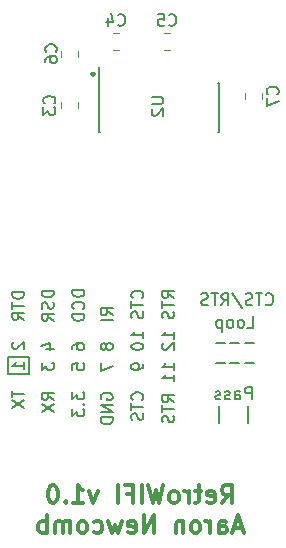
<source format=gbr>
G04 #@! TF.GenerationSoftware,KiCad,Pcbnew,(5.0.2)-1*
G04 #@! TF.CreationDate,2020-03-26T14:30:10-07:00*
G04 #@! TF.ProjectId,RetroWIFI,52657472-6f57-4494-9649-2e6b69636164,rev?*
G04 #@! TF.SameCoordinates,Original*
G04 #@! TF.FileFunction,Legend,Bot*
G04 #@! TF.FilePolarity,Positive*
%FSLAX46Y46*%
G04 Gerber Fmt 4.6, Leading zero omitted, Abs format (unit mm)*
G04 Created by KiCad (PCBNEW (5.0.2)-1) date 3/26/2020 2:30:10 PM*
%MOMM*%
%LPD*%
G01*
G04 APERTURE LIST*
%ADD10C,0.200000*%
%ADD11C,0.300000*%
%ADD12C,0.120000*%
%ADD13C,0.150000*%
G04 APERTURE END LIST*
D10*
X154128571Y-117257142D02*
X154176190Y-117304761D01*
X154319047Y-117352380D01*
X154414285Y-117352380D01*
X154557142Y-117304761D01*
X154652380Y-117209523D01*
X154700000Y-117114285D01*
X154747619Y-116923809D01*
X154747619Y-116780952D01*
X154700000Y-116590476D01*
X154652380Y-116495238D01*
X154557142Y-116400000D01*
X154414285Y-116352380D01*
X154319047Y-116352380D01*
X154176190Y-116400000D01*
X154128571Y-116447619D01*
X153842857Y-116352380D02*
X153271428Y-116352380D01*
X153557142Y-117352380D02*
X153557142Y-116352380D01*
X152985714Y-117304761D02*
X152842857Y-117352380D01*
X152604761Y-117352380D01*
X152509523Y-117304761D01*
X152461904Y-117257142D01*
X152414285Y-117161904D01*
X152414285Y-117066666D01*
X152461904Y-116971428D01*
X152509523Y-116923809D01*
X152604761Y-116876190D01*
X152795238Y-116828571D01*
X152890476Y-116780952D01*
X152938095Y-116733333D01*
X152985714Y-116638095D01*
X152985714Y-116542857D01*
X152938095Y-116447619D01*
X152890476Y-116400000D01*
X152795238Y-116352380D01*
X152557142Y-116352380D01*
X152414285Y-116400000D01*
X151271428Y-116304761D02*
X152128571Y-117590476D01*
X150366666Y-117352380D02*
X150700000Y-116876190D01*
X150938095Y-117352380D02*
X150938095Y-116352380D01*
X150557142Y-116352380D01*
X150461904Y-116400000D01*
X150414285Y-116447619D01*
X150366666Y-116542857D01*
X150366666Y-116685714D01*
X150414285Y-116780952D01*
X150461904Y-116828571D01*
X150557142Y-116876190D01*
X150938095Y-116876190D01*
X150080952Y-116352380D02*
X149509523Y-116352380D01*
X149795238Y-117352380D02*
X149795238Y-116352380D01*
X149223809Y-117304761D02*
X149080952Y-117352380D01*
X148842857Y-117352380D01*
X148747619Y-117304761D01*
X148700000Y-117257142D01*
X148652380Y-117161904D01*
X148652380Y-117066666D01*
X148700000Y-116971428D01*
X148747619Y-116923809D01*
X148842857Y-116876190D01*
X149033333Y-116828571D01*
X149128571Y-116780952D01*
X149176190Y-116733333D01*
X149223809Y-116638095D01*
X149223809Y-116542857D01*
X149176190Y-116447619D01*
X149128571Y-116400000D01*
X149033333Y-116352380D01*
X148795238Y-116352380D01*
X148652380Y-116400000D01*
X152923809Y-125302380D02*
X152923809Y-124302380D01*
X152542857Y-124302380D01*
X152447619Y-124350000D01*
X152400000Y-124397619D01*
X152352380Y-124492857D01*
X152352380Y-124635714D01*
X152400000Y-124730952D01*
X152447619Y-124778571D01*
X152542857Y-124826190D01*
X152923809Y-124826190D01*
X151495238Y-125302380D02*
X151495238Y-124778571D01*
X151542857Y-124683333D01*
X151638095Y-124635714D01*
X151828571Y-124635714D01*
X151923809Y-124683333D01*
X151495238Y-125254761D02*
X151590476Y-125302380D01*
X151828571Y-125302380D01*
X151923809Y-125254761D01*
X151971428Y-125159523D01*
X151971428Y-125064285D01*
X151923809Y-124969047D01*
X151828571Y-124921428D01*
X151590476Y-124921428D01*
X151495238Y-124873809D01*
X151066666Y-125254761D02*
X150971428Y-125302380D01*
X150780952Y-125302380D01*
X150685714Y-125254761D01*
X150638095Y-125159523D01*
X150638095Y-125111904D01*
X150685714Y-125016666D01*
X150780952Y-124969047D01*
X150923809Y-124969047D01*
X151019047Y-124921428D01*
X151066666Y-124826190D01*
X151066666Y-124778571D01*
X151019047Y-124683333D01*
X150923809Y-124635714D01*
X150780952Y-124635714D01*
X150685714Y-124683333D01*
X150257142Y-125254761D02*
X150161904Y-125302380D01*
X149971428Y-125302380D01*
X149876190Y-125254761D01*
X149828571Y-125159523D01*
X149828571Y-125111904D01*
X149876190Y-125016666D01*
X149971428Y-124969047D01*
X150114285Y-124969047D01*
X150209523Y-124921428D01*
X150257142Y-124826190D01*
X150257142Y-124778571D01*
X150209523Y-124683333D01*
X150114285Y-124635714D01*
X149971428Y-124635714D01*
X149876190Y-124683333D01*
X152638095Y-127335714D02*
X152638095Y-125907142D01*
X150161904Y-127335714D02*
X150161904Y-125907142D01*
X152547619Y-119252380D02*
X153023809Y-119252380D01*
X153023809Y-118252380D01*
X152071428Y-119252380D02*
X152166666Y-119204761D01*
X152214285Y-119157142D01*
X152261904Y-119061904D01*
X152261904Y-118776190D01*
X152214285Y-118680952D01*
X152166666Y-118633333D01*
X152071428Y-118585714D01*
X151928571Y-118585714D01*
X151833333Y-118633333D01*
X151785714Y-118680952D01*
X151738095Y-118776190D01*
X151738095Y-119061904D01*
X151785714Y-119157142D01*
X151833333Y-119204761D01*
X151928571Y-119252380D01*
X152071428Y-119252380D01*
X151166666Y-119252380D02*
X151261904Y-119204761D01*
X151309523Y-119157142D01*
X151357142Y-119061904D01*
X151357142Y-118776190D01*
X151309523Y-118680952D01*
X151261904Y-118633333D01*
X151166666Y-118585714D01*
X151023809Y-118585714D01*
X150928571Y-118633333D01*
X150880952Y-118680952D01*
X150833333Y-118776190D01*
X150833333Y-119061904D01*
X150880952Y-119157142D01*
X150928571Y-119204761D01*
X151023809Y-119252380D01*
X151166666Y-119252380D01*
X150404761Y-118585714D02*
X150404761Y-119585714D01*
X150404761Y-118633333D02*
X150309523Y-118585714D01*
X150119047Y-118585714D01*
X150023809Y-118633333D01*
X149976190Y-118680952D01*
X149928571Y-118776190D01*
X149928571Y-119061904D01*
X149976190Y-119157142D01*
X150023809Y-119204761D01*
X150119047Y-119252380D01*
X150309523Y-119252380D01*
X150404761Y-119204761D01*
X153119047Y-120571428D02*
X152357142Y-120571428D01*
X151880952Y-120571428D02*
X151119047Y-120571428D01*
X150642857Y-120571428D02*
X149880952Y-120571428D01*
X153119047Y-122271428D02*
X152357142Y-122271428D01*
X151880952Y-122271428D02*
X151119047Y-122271428D01*
X150642857Y-122271428D02*
X149880952Y-122271428D01*
D11*
X139500000Y-97735714D02*
X139428571Y-97807142D01*
X139500000Y-97878571D01*
X139571428Y-97807142D01*
X139500000Y-97735714D01*
X139500000Y-97878571D01*
D10*
X132300000Y-123200000D02*
X132300000Y-121700000D01*
X134100000Y-123200000D02*
X132300000Y-123200000D01*
X134100000Y-121700000D02*
X134100000Y-123200000D01*
X132300000Y-121700000D02*
X134100000Y-121700000D01*
X146352380Y-116747619D02*
X145876190Y-116414285D01*
X146352380Y-116176190D02*
X145352380Y-116176190D01*
X145352380Y-116557142D01*
X145400000Y-116652380D01*
X145447619Y-116700000D01*
X145542857Y-116747619D01*
X145685714Y-116747619D01*
X145780952Y-116700000D01*
X145828571Y-116652380D01*
X145876190Y-116557142D01*
X145876190Y-116176190D01*
X145352380Y-117033333D02*
X145352380Y-117604761D01*
X146352380Y-117319047D02*
X145352380Y-117319047D01*
X146304761Y-117890476D02*
X146352380Y-118033333D01*
X146352380Y-118271428D01*
X146304761Y-118366666D01*
X146257142Y-118414285D01*
X146161904Y-118461904D01*
X146066666Y-118461904D01*
X145971428Y-118414285D01*
X145923809Y-118366666D01*
X145876190Y-118271428D01*
X145828571Y-118080952D01*
X145780952Y-117985714D01*
X145733333Y-117938095D01*
X145638095Y-117890476D01*
X145542857Y-117890476D01*
X145447619Y-117938095D01*
X145400000Y-117985714D01*
X145352380Y-118080952D01*
X145352380Y-118319047D01*
X145400000Y-118461904D01*
X146352380Y-120176190D02*
X146352380Y-119604761D01*
X146352380Y-119890476D02*
X145352380Y-119890476D01*
X145495238Y-119795238D01*
X145590476Y-119700000D01*
X145638095Y-119604761D01*
X145447619Y-120557142D02*
X145400000Y-120604761D01*
X145352380Y-120700000D01*
X145352380Y-120938095D01*
X145400000Y-121033333D01*
X145447619Y-121080952D01*
X145542857Y-121128571D01*
X145638095Y-121128571D01*
X145780952Y-121080952D01*
X146352380Y-120509523D01*
X146352380Y-121128571D01*
X146352380Y-122842857D02*
X146352380Y-122271428D01*
X146352380Y-122557142D02*
X145352380Y-122557142D01*
X145495238Y-122461904D01*
X145590476Y-122366666D01*
X145638095Y-122271428D01*
X146352380Y-123795238D02*
X146352380Y-123223809D01*
X146352380Y-123509523D02*
X145352380Y-123509523D01*
X145495238Y-123414285D01*
X145590476Y-123319047D01*
X145638095Y-123223809D01*
X146352380Y-125557142D02*
X145876190Y-125223809D01*
X146352380Y-124985714D02*
X145352380Y-124985714D01*
X145352380Y-125366666D01*
X145400000Y-125461904D01*
X145447619Y-125509523D01*
X145542857Y-125557142D01*
X145685714Y-125557142D01*
X145780952Y-125509523D01*
X145828571Y-125461904D01*
X145876190Y-125366666D01*
X145876190Y-124985714D01*
X145352380Y-125842857D02*
X145352380Y-126414285D01*
X146352380Y-126128571D02*
X145352380Y-126128571D01*
X146304761Y-126700000D02*
X146352380Y-126842857D01*
X146352380Y-127080952D01*
X146304761Y-127176190D01*
X146257142Y-127223809D01*
X146161904Y-127271428D01*
X146066666Y-127271428D01*
X145971428Y-127223809D01*
X145923809Y-127176190D01*
X145876190Y-127080952D01*
X145828571Y-126890476D01*
X145780952Y-126795238D01*
X145733333Y-126747619D01*
X145638095Y-126700000D01*
X145542857Y-126700000D01*
X145447619Y-126747619D01*
X145400000Y-126795238D01*
X145352380Y-126890476D01*
X145352380Y-127128571D01*
X145400000Y-127271428D01*
X143657142Y-116742857D02*
X143704761Y-116695238D01*
X143752380Y-116552380D01*
X143752380Y-116457142D01*
X143704761Y-116314285D01*
X143609523Y-116219047D01*
X143514285Y-116171428D01*
X143323809Y-116123809D01*
X143180952Y-116123809D01*
X142990476Y-116171428D01*
X142895238Y-116219047D01*
X142800000Y-116314285D01*
X142752380Y-116457142D01*
X142752380Y-116552380D01*
X142800000Y-116695238D01*
X142847619Y-116742857D01*
X142752380Y-117028571D02*
X142752380Y-117600000D01*
X143752380Y-117314285D02*
X142752380Y-117314285D01*
X143704761Y-117885714D02*
X143752380Y-118028571D01*
X143752380Y-118266666D01*
X143704761Y-118361904D01*
X143657142Y-118409523D01*
X143561904Y-118457142D01*
X143466666Y-118457142D01*
X143371428Y-118409523D01*
X143323809Y-118361904D01*
X143276190Y-118266666D01*
X143228571Y-118076190D01*
X143180952Y-117980952D01*
X143133333Y-117933333D01*
X143038095Y-117885714D01*
X142942857Y-117885714D01*
X142847619Y-117933333D01*
X142800000Y-117980952D01*
X142752380Y-118076190D01*
X142752380Y-118314285D01*
X142800000Y-118457142D01*
X143752380Y-120171428D02*
X143752380Y-119600000D01*
X143752380Y-119885714D02*
X142752380Y-119885714D01*
X142895238Y-119790476D01*
X142990476Y-119695238D01*
X143038095Y-119600000D01*
X142752380Y-120790476D02*
X142752380Y-120885714D01*
X142800000Y-120980952D01*
X142847619Y-121028571D01*
X142942857Y-121076190D01*
X143133333Y-121123809D01*
X143371428Y-121123809D01*
X143561904Y-121076190D01*
X143657142Y-121028571D01*
X143704761Y-120980952D01*
X143752380Y-120885714D01*
X143752380Y-120790476D01*
X143704761Y-120695238D01*
X143657142Y-120647619D01*
X143561904Y-120600000D01*
X143371428Y-120552380D01*
X143133333Y-120552380D01*
X142942857Y-120600000D01*
X142847619Y-120647619D01*
X142800000Y-120695238D01*
X142752380Y-120790476D01*
X143752380Y-122361904D02*
X143752380Y-122552380D01*
X143704761Y-122647619D01*
X143657142Y-122695238D01*
X143514285Y-122790476D01*
X143323809Y-122838095D01*
X142942857Y-122838095D01*
X142847619Y-122790476D01*
X142800000Y-122742857D01*
X142752380Y-122647619D01*
X142752380Y-122457142D01*
X142800000Y-122361904D01*
X142847619Y-122314285D01*
X142942857Y-122266666D01*
X143180952Y-122266666D01*
X143276190Y-122314285D01*
X143323809Y-122361904D01*
X143371428Y-122457142D01*
X143371428Y-122647619D01*
X143323809Y-122742857D01*
X143276190Y-122790476D01*
X143180952Y-122838095D01*
X143657142Y-125361904D02*
X143704761Y-125314285D01*
X143752380Y-125171428D01*
X143752380Y-125076190D01*
X143704761Y-124933333D01*
X143609523Y-124838095D01*
X143514285Y-124790476D01*
X143323809Y-124742857D01*
X143180952Y-124742857D01*
X142990476Y-124790476D01*
X142895238Y-124838095D01*
X142800000Y-124933333D01*
X142752380Y-125076190D01*
X142752380Y-125171428D01*
X142800000Y-125314285D01*
X142847619Y-125361904D01*
X142752380Y-125647619D02*
X142752380Y-126219047D01*
X143752380Y-125933333D02*
X142752380Y-125933333D01*
X143704761Y-126504761D02*
X143752380Y-126647619D01*
X143752380Y-126885714D01*
X143704761Y-126980952D01*
X143657142Y-127028571D01*
X143561904Y-127076190D01*
X143466666Y-127076190D01*
X143371428Y-127028571D01*
X143323809Y-126980952D01*
X143276190Y-126885714D01*
X143228571Y-126695238D01*
X143180952Y-126600000D01*
X143133333Y-126552380D01*
X143038095Y-126504761D01*
X142942857Y-126504761D01*
X142847619Y-126552380D01*
X142800000Y-126600000D01*
X142752380Y-126695238D01*
X142752380Y-126933333D01*
X142800000Y-127076190D01*
X141152380Y-118190476D02*
X140676190Y-117857142D01*
X141152380Y-117619047D02*
X140152380Y-117619047D01*
X140152380Y-118000000D01*
X140200000Y-118095238D01*
X140247619Y-118142857D01*
X140342857Y-118190476D01*
X140485714Y-118190476D01*
X140580952Y-118142857D01*
X140628571Y-118095238D01*
X140676190Y-118000000D01*
X140676190Y-117619047D01*
X141152380Y-118619047D02*
X140152380Y-118619047D01*
X140580952Y-120761904D02*
X140533333Y-120666666D01*
X140485714Y-120619047D01*
X140390476Y-120571428D01*
X140342857Y-120571428D01*
X140247619Y-120619047D01*
X140200000Y-120666666D01*
X140152380Y-120761904D01*
X140152380Y-120952380D01*
X140200000Y-121047619D01*
X140247619Y-121095238D01*
X140342857Y-121142857D01*
X140390476Y-121142857D01*
X140485714Y-121095238D01*
X140533333Y-121047619D01*
X140580952Y-120952380D01*
X140580952Y-120761904D01*
X140628571Y-120666666D01*
X140676190Y-120619047D01*
X140771428Y-120571428D01*
X140961904Y-120571428D01*
X141057142Y-120619047D01*
X141104761Y-120666666D01*
X141152380Y-120761904D01*
X141152380Y-120952380D01*
X141104761Y-121047619D01*
X141057142Y-121095238D01*
X140961904Y-121142857D01*
X140771428Y-121142857D01*
X140676190Y-121095238D01*
X140628571Y-121047619D01*
X140580952Y-120952380D01*
X140152380Y-122238095D02*
X140152380Y-122904761D01*
X141152380Y-122476190D01*
X140200000Y-125333333D02*
X140152380Y-125238095D01*
X140152380Y-125095238D01*
X140200000Y-124952380D01*
X140295238Y-124857142D01*
X140390476Y-124809523D01*
X140580952Y-124761904D01*
X140723809Y-124761904D01*
X140914285Y-124809523D01*
X141009523Y-124857142D01*
X141104761Y-124952380D01*
X141152380Y-125095238D01*
X141152380Y-125190476D01*
X141104761Y-125333333D01*
X141057142Y-125380952D01*
X140723809Y-125380952D01*
X140723809Y-125190476D01*
X141152380Y-125809523D02*
X140152380Y-125809523D01*
X141152380Y-126380952D01*
X140152380Y-126380952D01*
X141152380Y-126857142D02*
X140152380Y-126857142D01*
X140152380Y-127095238D01*
X140200000Y-127238095D01*
X140295238Y-127333333D01*
X140390476Y-127380952D01*
X140580952Y-127428571D01*
X140723809Y-127428571D01*
X140914285Y-127380952D01*
X141009523Y-127333333D01*
X141104761Y-127238095D01*
X141152380Y-127095238D01*
X141152380Y-126857142D01*
X138752380Y-116090476D02*
X137752380Y-116090476D01*
X137752380Y-116328571D01*
X137800000Y-116471428D01*
X137895238Y-116566666D01*
X137990476Y-116614285D01*
X138180952Y-116661904D01*
X138323809Y-116661904D01*
X138514285Y-116614285D01*
X138609523Y-116566666D01*
X138704761Y-116471428D01*
X138752380Y-116328571D01*
X138752380Y-116090476D01*
X138657142Y-117661904D02*
X138704761Y-117614285D01*
X138752380Y-117471428D01*
X138752380Y-117376190D01*
X138704761Y-117233333D01*
X138609523Y-117138095D01*
X138514285Y-117090476D01*
X138323809Y-117042857D01*
X138180952Y-117042857D01*
X137990476Y-117090476D01*
X137895238Y-117138095D01*
X137800000Y-117233333D01*
X137752380Y-117376190D01*
X137752380Y-117471428D01*
X137800000Y-117614285D01*
X137847619Y-117661904D01*
X138752380Y-118090476D02*
X137752380Y-118090476D01*
X137752380Y-118328571D01*
X137800000Y-118471428D01*
X137895238Y-118566666D01*
X137990476Y-118614285D01*
X138180952Y-118661904D01*
X138323809Y-118661904D01*
X138514285Y-118614285D01*
X138609523Y-118566666D01*
X138704761Y-118471428D01*
X138752380Y-118328571D01*
X138752380Y-118090476D01*
X137752380Y-121042857D02*
X137752380Y-120852380D01*
X137800000Y-120757142D01*
X137847619Y-120709523D01*
X137990476Y-120614285D01*
X138180952Y-120566666D01*
X138561904Y-120566666D01*
X138657142Y-120614285D01*
X138704761Y-120661904D01*
X138752380Y-120757142D01*
X138752380Y-120947619D01*
X138704761Y-121042857D01*
X138657142Y-121090476D01*
X138561904Y-121138095D01*
X138323809Y-121138095D01*
X138228571Y-121090476D01*
X138180952Y-121042857D01*
X138133333Y-120947619D01*
X138133333Y-120757142D01*
X138180952Y-120661904D01*
X138228571Y-120614285D01*
X138323809Y-120566666D01*
X137752380Y-122804761D02*
X137752380Y-122328571D01*
X138228571Y-122280952D01*
X138180952Y-122328571D01*
X138133333Y-122423809D01*
X138133333Y-122661904D01*
X138180952Y-122757142D01*
X138228571Y-122804761D01*
X138323809Y-122852380D01*
X138561904Y-122852380D01*
X138657142Y-122804761D01*
X138704761Y-122757142D01*
X138752380Y-122661904D01*
X138752380Y-122423809D01*
X138704761Y-122328571D01*
X138657142Y-122280952D01*
X137752380Y-124709523D02*
X137752380Y-125328571D01*
X138133333Y-124995238D01*
X138133333Y-125138095D01*
X138180952Y-125233333D01*
X138228571Y-125280952D01*
X138323809Y-125328571D01*
X138561904Y-125328571D01*
X138657142Y-125280952D01*
X138704761Y-125233333D01*
X138752380Y-125138095D01*
X138752380Y-124852380D01*
X138704761Y-124757142D01*
X138657142Y-124709523D01*
X138657142Y-125757142D02*
X138704761Y-125804761D01*
X138752380Y-125757142D01*
X138704761Y-125709523D01*
X138657142Y-125757142D01*
X138752380Y-125757142D01*
X137752380Y-126138095D02*
X137752380Y-126757142D01*
X138133333Y-126423809D01*
X138133333Y-126566666D01*
X138180952Y-126661904D01*
X138228571Y-126709523D01*
X138323809Y-126757142D01*
X138561904Y-126757142D01*
X138657142Y-126709523D01*
X138704761Y-126661904D01*
X138752380Y-126566666D01*
X138752380Y-126280952D01*
X138704761Y-126185714D01*
X138657142Y-126138095D01*
X136152380Y-116128571D02*
X135152380Y-116128571D01*
X135152380Y-116366666D01*
X135200000Y-116509523D01*
X135295238Y-116604761D01*
X135390476Y-116652380D01*
X135580952Y-116700000D01*
X135723809Y-116700000D01*
X135914285Y-116652380D01*
X136009523Y-116604761D01*
X136104761Y-116509523D01*
X136152380Y-116366666D01*
X136152380Y-116128571D01*
X136104761Y-117080952D02*
X136152380Y-117223809D01*
X136152380Y-117461904D01*
X136104761Y-117557142D01*
X136057142Y-117604761D01*
X135961904Y-117652380D01*
X135866666Y-117652380D01*
X135771428Y-117604761D01*
X135723809Y-117557142D01*
X135676190Y-117461904D01*
X135628571Y-117271428D01*
X135580952Y-117176190D01*
X135533333Y-117128571D01*
X135438095Y-117080952D01*
X135342857Y-117080952D01*
X135247619Y-117128571D01*
X135200000Y-117176190D01*
X135152380Y-117271428D01*
X135152380Y-117509523D01*
X135200000Y-117652380D01*
X136152380Y-118652380D02*
X135676190Y-118319047D01*
X136152380Y-118080952D02*
X135152380Y-118080952D01*
X135152380Y-118461904D01*
X135200000Y-118557142D01*
X135247619Y-118604761D01*
X135342857Y-118652380D01*
X135485714Y-118652380D01*
X135580952Y-118604761D01*
X135628571Y-118557142D01*
X135676190Y-118461904D01*
X135676190Y-118080952D01*
X135485714Y-121033333D02*
X136152380Y-121033333D01*
X135104761Y-120795238D02*
X135819047Y-120557142D01*
X135819047Y-121176190D01*
X135152380Y-122223809D02*
X135152380Y-122842857D01*
X135533333Y-122509523D01*
X135533333Y-122652380D01*
X135580952Y-122747619D01*
X135628571Y-122795238D01*
X135723809Y-122842857D01*
X135961904Y-122842857D01*
X136057142Y-122795238D01*
X136104761Y-122747619D01*
X136152380Y-122652380D01*
X136152380Y-122366666D01*
X136104761Y-122271428D01*
X136057142Y-122223809D01*
X136152380Y-125366666D02*
X135676190Y-125033333D01*
X136152380Y-124795238D02*
X135152380Y-124795238D01*
X135152380Y-125176190D01*
X135200000Y-125271428D01*
X135247619Y-125319047D01*
X135342857Y-125366666D01*
X135485714Y-125366666D01*
X135580952Y-125319047D01*
X135628571Y-125271428D01*
X135676190Y-125176190D01*
X135676190Y-124795238D01*
X135152380Y-125700000D02*
X136152380Y-126366666D01*
X135152380Y-126366666D02*
X136152380Y-125700000D01*
X133652380Y-116242857D02*
X132652380Y-116242857D01*
X132652380Y-116480952D01*
X132700000Y-116623809D01*
X132795238Y-116719047D01*
X132890476Y-116766666D01*
X133080952Y-116814285D01*
X133223809Y-116814285D01*
X133414285Y-116766666D01*
X133509523Y-116719047D01*
X133604761Y-116623809D01*
X133652380Y-116480952D01*
X133652380Y-116242857D01*
X132652380Y-117100000D02*
X132652380Y-117671428D01*
X133652380Y-117385714D02*
X132652380Y-117385714D01*
X133652380Y-118576190D02*
X133176190Y-118242857D01*
X133652380Y-118004761D02*
X132652380Y-118004761D01*
X132652380Y-118385714D01*
X132700000Y-118480952D01*
X132747619Y-118528571D01*
X132842857Y-118576190D01*
X132985714Y-118576190D01*
X133080952Y-118528571D01*
X133128571Y-118480952D01*
X133176190Y-118385714D01*
X133176190Y-118004761D01*
X132747619Y-120480952D02*
X132700000Y-120528571D01*
X132652380Y-120623809D01*
X132652380Y-120861904D01*
X132700000Y-120957142D01*
X132747619Y-121004761D01*
X132842857Y-121052380D01*
X132938095Y-121052380D01*
X133080952Y-121004761D01*
X133652380Y-120433333D01*
X133652380Y-121052380D01*
X133652380Y-122766666D02*
X133652380Y-122195238D01*
X133652380Y-122480952D02*
X132652380Y-122480952D01*
X132795238Y-122385714D01*
X132890476Y-122290476D01*
X132938095Y-122195238D01*
X132652380Y-124576190D02*
X132652380Y-125147619D01*
X133652380Y-124861904D02*
X132652380Y-124861904D01*
X132652380Y-125385714D02*
X133652380Y-126052380D01*
X132652380Y-126052380D02*
X133652380Y-125385714D01*
D11*
X150392857Y-134103571D02*
X150892857Y-133389285D01*
X151250000Y-134103571D02*
X151250000Y-132603571D01*
X150678571Y-132603571D01*
X150535714Y-132675000D01*
X150464285Y-132746428D01*
X150392857Y-132889285D01*
X150392857Y-133103571D01*
X150464285Y-133246428D01*
X150535714Y-133317857D01*
X150678571Y-133389285D01*
X151250000Y-133389285D01*
X149178571Y-134032142D02*
X149321428Y-134103571D01*
X149607142Y-134103571D01*
X149750000Y-134032142D01*
X149821428Y-133889285D01*
X149821428Y-133317857D01*
X149750000Y-133175000D01*
X149607142Y-133103571D01*
X149321428Y-133103571D01*
X149178571Y-133175000D01*
X149107142Y-133317857D01*
X149107142Y-133460714D01*
X149821428Y-133603571D01*
X148678571Y-133103571D02*
X148107142Y-133103571D01*
X148464285Y-132603571D02*
X148464285Y-133889285D01*
X148392857Y-134032142D01*
X148250000Y-134103571D01*
X148107142Y-134103571D01*
X147607142Y-134103571D02*
X147607142Y-133103571D01*
X147607142Y-133389285D02*
X147535714Y-133246428D01*
X147464285Y-133175000D01*
X147321428Y-133103571D01*
X147178571Y-133103571D01*
X146464285Y-134103571D02*
X146607142Y-134032142D01*
X146678571Y-133960714D01*
X146750000Y-133817857D01*
X146750000Y-133389285D01*
X146678571Y-133246428D01*
X146607142Y-133175000D01*
X146464285Y-133103571D01*
X146250000Y-133103571D01*
X146107142Y-133175000D01*
X146035714Y-133246428D01*
X145964285Y-133389285D01*
X145964285Y-133817857D01*
X146035714Y-133960714D01*
X146107142Y-134032142D01*
X146250000Y-134103571D01*
X146464285Y-134103571D01*
X145464285Y-132603571D02*
X145107142Y-134103571D01*
X144821428Y-133032142D01*
X144535714Y-134103571D01*
X144178571Y-132603571D01*
X143607142Y-134103571D02*
X143607142Y-132603571D01*
X142392857Y-133317857D02*
X142892857Y-133317857D01*
X142892857Y-134103571D02*
X142892857Y-132603571D01*
X142178571Y-132603571D01*
X141607142Y-134103571D02*
X141607142Y-132603571D01*
X139892857Y-133103571D02*
X139535714Y-134103571D01*
X139178571Y-133103571D01*
X137821428Y-134103571D02*
X138678571Y-134103571D01*
X138250000Y-134103571D02*
X138250000Y-132603571D01*
X138392857Y-132817857D01*
X138535714Y-132960714D01*
X138678571Y-133032142D01*
X137178571Y-133960714D02*
X137107142Y-134032142D01*
X137178571Y-134103571D01*
X137250000Y-134032142D01*
X137178571Y-133960714D01*
X137178571Y-134103571D01*
X136178571Y-132603571D02*
X136035714Y-132603571D01*
X135892857Y-132675000D01*
X135821428Y-132746428D01*
X135750000Y-132889285D01*
X135678571Y-133175000D01*
X135678571Y-133532142D01*
X135750000Y-133817857D01*
X135821428Y-133960714D01*
X135892857Y-134032142D01*
X136035714Y-134103571D01*
X136178571Y-134103571D01*
X136321428Y-134032142D01*
X136392857Y-133960714D01*
X136464285Y-133817857D01*
X136535714Y-133532142D01*
X136535714Y-133175000D01*
X136464285Y-132889285D01*
X136392857Y-132746428D01*
X136321428Y-132675000D01*
X136178571Y-132603571D01*
X152142857Y-136225000D02*
X151428571Y-136225000D01*
X152285714Y-136653571D02*
X151785714Y-135153571D01*
X151285714Y-136653571D01*
X150142857Y-136653571D02*
X150142857Y-135867857D01*
X150214285Y-135725000D01*
X150357142Y-135653571D01*
X150642857Y-135653571D01*
X150785714Y-135725000D01*
X150142857Y-136582142D02*
X150285714Y-136653571D01*
X150642857Y-136653571D01*
X150785714Y-136582142D01*
X150857142Y-136439285D01*
X150857142Y-136296428D01*
X150785714Y-136153571D01*
X150642857Y-136082142D01*
X150285714Y-136082142D01*
X150142857Y-136010714D01*
X149428571Y-136653571D02*
X149428571Y-135653571D01*
X149428571Y-135939285D02*
X149357142Y-135796428D01*
X149285714Y-135725000D01*
X149142857Y-135653571D01*
X149000000Y-135653571D01*
X148285714Y-136653571D02*
X148428571Y-136582142D01*
X148500000Y-136510714D01*
X148571428Y-136367857D01*
X148571428Y-135939285D01*
X148500000Y-135796428D01*
X148428571Y-135725000D01*
X148285714Y-135653571D01*
X148071428Y-135653571D01*
X147928571Y-135725000D01*
X147857142Y-135796428D01*
X147785714Y-135939285D01*
X147785714Y-136367857D01*
X147857142Y-136510714D01*
X147928571Y-136582142D01*
X148071428Y-136653571D01*
X148285714Y-136653571D01*
X147142857Y-135653571D02*
X147142857Y-136653571D01*
X147142857Y-135796428D02*
X147071428Y-135725000D01*
X146928571Y-135653571D01*
X146714285Y-135653571D01*
X146571428Y-135725000D01*
X146500000Y-135867857D01*
X146500000Y-136653571D01*
X144642857Y-136653571D02*
X144642857Y-135153571D01*
X143785714Y-136653571D01*
X143785714Y-135153571D01*
X142500000Y-136582142D02*
X142642857Y-136653571D01*
X142928571Y-136653571D01*
X143071428Y-136582142D01*
X143142857Y-136439285D01*
X143142857Y-135867857D01*
X143071428Y-135725000D01*
X142928571Y-135653571D01*
X142642857Y-135653571D01*
X142500000Y-135725000D01*
X142428571Y-135867857D01*
X142428571Y-136010714D01*
X143142857Y-136153571D01*
X141928571Y-135653571D02*
X141642857Y-136653571D01*
X141357142Y-135939285D01*
X141071428Y-136653571D01*
X140785714Y-135653571D01*
X139571428Y-136582142D02*
X139714285Y-136653571D01*
X140000000Y-136653571D01*
X140142857Y-136582142D01*
X140214285Y-136510714D01*
X140285714Y-136367857D01*
X140285714Y-135939285D01*
X140214285Y-135796428D01*
X140142857Y-135725000D01*
X140000000Y-135653571D01*
X139714285Y-135653571D01*
X139571428Y-135725000D01*
X138714285Y-136653571D02*
X138857142Y-136582142D01*
X138928571Y-136510714D01*
X139000000Y-136367857D01*
X139000000Y-135939285D01*
X138928571Y-135796428D01*
X138857142Y-135725000D01*
X138714285Y-135653571D01*
X138500000Y-135653571D01*
X138357142Y-135725000D01*
X138285714Y-135796428D01*
X138214285Y-135939285D01*
X138214285Y-136367857D01*
X138285714Y-136510714D01*
X138357142Y-136582142D01*
X138500000Y-136653571D01*
X138714285Y-136653571D01*
X137571428Y-136653571D02*
X137571428Y-135653571D01*
X137571428Y-135796428D02*
X137500000Y-135725000D01*
X137357142Y-135653571D01*
X137142857Y-135653571D01*
X137000000Y-135725000D01*
X136928571Y-135867857D01*
X136928571Y-136653571D01*
X136928571Y-135867857D02*
X136857142Y-135725000D01*
X136714285Y-135653571D01*
X136500000Y-135653571D01*
X136357142Y-135725000D01*
X136285714Y-135867857D01*
X136285714Y-136653571D01*
X135571428Y-136653571D02*
X135571428Y-135153571D01*
X135571428Y-135725000D02*
X135428571Y-135653571D01*
X135142857Y-135653571D01*
X135000000Y-135725000D01*
X134928571Y-135796428D01*
X134857142Y-135939285D01*
X134857142Y-136367857D01*
X134928571Y-136510714D01*
X135000000Y-136582142D01*
X135142857Y-136653571D01*
X135428571Y-136653571D01*
X135571428Y-136582142D01*
D12*
G04 #@! TO.C,C3*
X136790000Y-100178922D02*
X136790000Y-100696078D01*
X138210000Y-100178922D02*
X138210000Y-100696078D01*
G04 #@! TO.C,C4*
X141178922Y-95710000D02*
X141696078Y-95710000D01*
X141178922Y-94290000D02*
X141696078Y-94290000D01*
G04 #@! TO.C,C5*
X145528922Y-94290000D02*
X146046078Y-94290000D01*
X145528922Y-95710000D02*
X146046078Y-95710000D01*
G04 #@! TO.C,C6*
X138210000Y-96321078D02*
X138210000Y-95803922D01*
X136790000Y-96321078D02*
X136790000Y-95803922D01*
G04 #@! TO.C,C7*
X152390000Y-99908578D02*
X152390000Y-99391422D01*
X153810000Y-99908578D02*
X153810000Y-99391422D01*
D13*
G04 #@! TO.C,U2*
X140020000Y-98537500D02*
X140045000Y-98537500D01*
X140020000Y-102687500D02*
X140125000Y-102687500D01*
X150170000Y-102687500D02*
X150065000Y-102687500D01*
X150170000Y-98537500D02*
X150065000Y-98537500D01*
X140020000Y-98537500D02*
X140020000Y-102687500D01*
X150170000Y-98537500D02*
X150170000Y-102687500D01*
X140045000Y-98537500D02*
X140045000Y-97162500D01*
G04 #@! TO.C,C3*
X136207142Y-100270833D02*
X136254761Y-100223214D01*
X136302380Y-100080357D01*
X136302380Y-99985119D01*
X136254761Y-99842261D01*
X136159523Y-99747023D01*
X136064285Y-99699404D01*
X135873809Y-99651785D01*
X135730952Y-99651785D01*
X135540476Y-99699404D01*
X135445238Y-99747023D01*
X135350000Y-99842261D01*
X135302380Y-99985119D01*
X135302380Y-100080357D01*
X135350000Y-100223214D01*
X135397619Y-100270833D01*
X135302380Y-100604166D02*
X135302380Y-101223214D01*
X135683333Y-100889880D01*
X135683333Y-101032738D01*
X135730952Y-101127976D01*
X135778571Y-101175595D01*
X135873809Y-101223214D01*
X136111904Y-101223214D01*
X136207142Y-101175595D01*
X136254761Y-101127976D01*
X136302380Y-101032738D01*
X136302380Y-100747023D01*
X136254761Y-100651785D01*
X136207142Y-100604166D01*
G04 #@! TO.C,C4*
X141604166Y-93607142D02*
X141651785Y-93654761D01*
X141794642Y-93702380D01*
X141889880Y-93702380D01*
X142032738Y-93654761D01*
X142127976Y-93559523D01*
X142175595Y-93464285D01*
X142223214Y-93273809D01*
X142223214Y-93130952D01*
X142175595Y-92940476D01*
X142127976Y-92845238D01*
X142032738Y-92750000D01*
X141889880Y-92702380D01*
X141794642Y-92702380D01*
X141651785Y-92750000D01*
X141604166Y-92797619D01*
X140747023Y-93035714D02*
X140747023Y-93702380D01*
X140985119Y-92654761D02*
X141223214Y-93369047D01*
X140604166Y-93369047D01*
G04 #@! TO.C,C5*
X145916666Y-93607142D02*
X145964285Y-93654761D01*
X146107142Y-93702380D01*
X146202380Y-93702380D01*
X146345238Y-93654761D01*
X146440476Y-93559523D01*
X146488095Y-93464285D01*
X146535714Y-93273809D01*
X146535714Y-93130952D01*
X146488095Y-92940476D01*
X146440476Y-92845238D01*
X146345238Y-92750000D01*
X146202380Y-92702380D01*
X146107142Y-92702380D01*
X145964285Y-92750000D01*
X145916666Y-92797619D01*
X145011904Y-92702380D02*
X145488095Y-92702380D01*
X145535714Y-93178571D01*
X145488095Y-93130952D01*
X145392857Y-93083333D01*
X145154761Y-93083333D01*
X145059523Y-93130952D01*
X145011904Y-93178571D01*
X144964285Y-93273809D01*
X144964285Y-93511904D01*
X145011904Y-93607142D01*
X145059523Y-93654761D01*
X145154761Y-93702380D01*
X145392857Y-93702380D01*
X145488095Y-93654761D01*
X145535714Y-93607142D01*
G04 #@! TO.C,C6*
X136357142Y-95895833D02*
X136404761Y-95848214D01*
X136452380Y-95705357D01*
X136452380Y-95610119D01*
X136404761Y-95467261D01*
X136309523Y-95372023D01*
X136214285Y-95324404D01*
X136023809Y-95276785D01*
X135880952Y-95276785D01*
X135690476Y-95324404D01*
X135595238Y-95372023D01*
X135500000Y-95467261D01*
X135452380Y-95610119D01*
X135452380Y-95705357D01*
X135500000Y-95848214D01*
X135547619Y-95895833D01*
X135452380Y-96752976D02*
X135452380Y-96562500D01*
X135500000Y-96467261D01*
X135547619Y-96419642D01*
X135690476Y-96324404D01*
X135880952Y-96276785D01*
X136261904Y-96276785D01*
X136357142Y-96324404D01*
X136404761Y-96372023D01*
X136452380Y-96467261D01*
X136452380Y-96657738D01*
X136404761Y-96752976D01*
X136357142Y-96800595D01*
X136261904Y-96848214D01*
X136023809Y-96848214D01*
X135928571Y-96800595D01*
X135880952Y-96752976D01*
X135833333Y-96657738D01*
X135833333Y-96467261D01*
X135880952Y-96372023D01*
X135928571Y-96324404D01*
X136023809Y-96276785D01*
G04 #@! TO.C,C7*
X155107142Y-99483333D02*
X155154761Y-99435714D01*
X155202380Y-99292857D01*
X155202380Y-99197619D01*
X155154761Y-99054761D01*
X155059523Y-98959523D01*
X154964285Y-98911904D01*
X154773809Y-98864285D01*
X154630952Y-98864285D01*
X154440476Y-98911904D01*
X154345238Y-98959523D01*
X154250000Y-99054761D01*
X154202380Y-99197619D01*
X154202380Y-99292857D01*
X154250000Y-99435714D01*
X154297619Y-99483333D01*
X154202380Y-99816666D02*
X154202380Y-100483333D01*
X155202380Y-100054761D01*
G04 #@! TO.C,U2*
X144452380Y-99738095D02*
X145261904Y-99738095D01*
X145357142Y-99785714D01*
X145404761Y-99833333D01*
X145452380Y-99928571D01*
X145452380Y-100119047D01*
X145404761Y-100214285D01*
X145357142Y-100261904D01*
X145261904Y-100309523D01*
X144452380Y-100309523D01*
X144547619Y-100738095D02*
X144500000Y-100785714D01*
X144452380Y-100880952D01*
X144452380Y-101119047D01*
X144500000Y-101214285D01*
X144547619Y-101261904D01*
X144642857Y-101309523D01*
X144738095Y-101309523D01*
X144880952Y-101261904D01*
X145452380Y-100690476D01*
X145452380Y-101309523D01*
G04 #@! TD*
M02*

</source>
